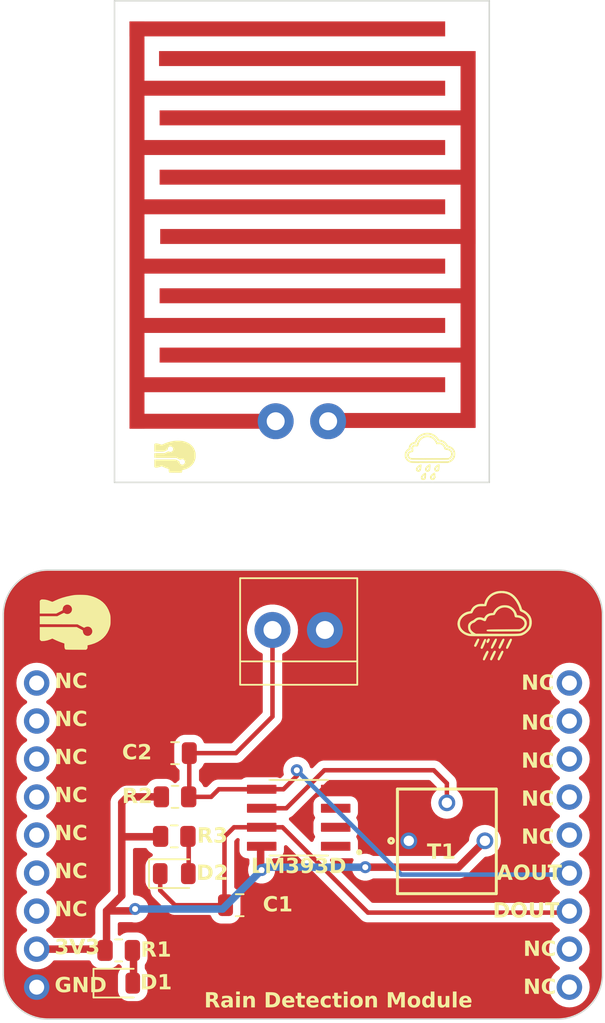
<source format=kicad_pcb>
(kicad_pcb (version 20240108) (generator "pcbnew") (generator_version "8.0")
  (layers (0 "F.Cu" signal) (31 "B.Cu" signal) (34 "B.Paste" user) (35 "F.Paste" user) (36 "B.SilkS" user "B.Silkscreen") (37 "F.SilkS" user "F.Silkscreen") (38 "B.Mask" user) (39 "F.Mask" user) (44 "Edge.Cuts" user))
  (net 0 "")
  (net 1 "DOUT")
  (net 2 "GND")
  (net 3 "AOUT")
  (net 4 "Net-(D1-A)")
  (net 5 "Net-(D2-A)")
  (net 6 "+3V3")
  (net 7 "Net-(U2-2IN-)")
  (footprint "LED_SMD:LED_0805_2012Metric" (layer "F.Cu") (at 110.5408 123.952)
    (property "Reference" "D1" (at 2.4892 0 0) (layer "F.SilkS") (effects (font (thickness 0.15) (bold yes))))
    (property "Value" "LED" (hide yes))
    (pad "1" smd roundrect (at -0.9375 0) (size 0.975 1.4) (layers "F.Cu" "F.Paste" "F.Mask") (net 2 "GND"))
    (pad "2" smd roundrect (at 0.9375 0) (size 0.975 1.4) (layers "F.Cu" "F.Paste" "F.Mask") (net 4 "Net-(D1-A)"))
  )
  (footprint "LM393:SOIC127P599X175-8N" (layer "F.Cu") (at 122.555 112.903 180)
    (property "Reference" "U2" (hide yes))
    (property "Value" "LM393D" (at 0 -3.2766 0) (layer "F.SilkS") (effects (font (thickness 0.15) (bold yes))))
    (pad "1" smd roundrect (at -2.47 -1.905 180) (size 1.97 0.6) (layers "F.Cu" "F.Paste" "F.Mask") (roundrect_rratio 0.07))
    (pad "2" smd roundrect (at -2.47 -0.635 180) (size 1.97 0.6) (layers "F.Cu" "F.Paste" "F.Mask") (roundrect_rratio 0.07))
    (pad "3" smd roundrect (at -2.47 0.635 180) (size 1.97 0.6) (layers "F.Cu" "F.Paste" "F.Mask") (roundrect_rratio 0.07))
    (pad "4" smd roundrect (at -2.47 1.905 180) (size 1.97 0.6) (layers "F.Cu" "F.Paste" "F.Mask") (roundrect_rratio 0.07) (net 2 "GND"))
    (pad "5" smd roundrect (at 2.47 1.905 180) (size 1.97 0.6) (layers "F.Cu" "F.Paste" "F.Mask") (roundrect_rratio 0.07) (net 3 "AOUT"))
    (pad "6" smd roundrect (at 2.47 0.635 180) (size 1.97 0.6) (layers "F.Cu" "F.Paste" "F.Mask") (roundrect_rratio 0.07) (net 7 "Net-(U2-2IN-)"))
    (pad "7" smd roundrect (at 2.47 -0.635 180) (size 1.97 0.6) (layers "F.Cu" "F.Paste" "F.Mask") (roundrect_rratio 0.07) (net 1 "DOUT"))
    (pad "8" smd roundrect (at 2.47 -1.905 180) (size 1.97 0.6) (layers "F.Cu" "F.Paste" "F.Mask") (roundrect_rratio 0.07) (net 6 "+3V3"))
  )
  (footprint "air_module:air_module" (layer "F.Cu") (at 122.5144 116.4336)
    (property "Reference" "U3" (hide yes))
    (property "Value" "~" (hide yes))
    (fp_line (start -19.68 -17.08) (end -19.68 6.92) (stroke (width 0.1)) (layer "Edge.Cuts"))
    (fp_line (start -16.68 9.92) (end 17.32 9.92) (stroke (width 0.1)) (layer "Edge.Cuts"))
    (fp_line (start 17.32 -20.08) (end -16.68 -20.08) (stroke (width 0.1)) (layer "Edge.Cuts"))
    (fp_line (start 20.32 6.92) (end 20.32 -17.08) (stroke (width 0.1)) (layer "Edge.Cuts"))
    (fp_arc (start -19.68 -17.08) (mid -18.80132 -19.20132) (end -16.68 -20.08) (stroke (width 0.1)) (layer "Edge.Cuts"))
    (fp_arc (start -16.68 9.92) (mid -18.80132 9.04132) (end -19.68 6.92) (stroke (width 0.1)) (layer "Edge.Cuts"))
    (fp_arc (start 17.32 -20.08) (mid 19.44132 -19.20132) (end 20.32 -17.08) (stroke (width 0.1)) (layer "Edge.Cuts"))
    (fp_arc (start 20.32 6.92) (mid 19.44132 9.04132) (end 17.32 9.92) (stroke (width 0.1)) (layer "Edge.Cuts"))
    (fp_text user "NC" (at -16.256 3.2144 0) (layer "F.SilkS") (effects (font (thickness 0.2) (bold yes)) (justify left bottom)))
    (fp_text user "NC" (at -16.256 -1.8656 0) (layer "F.SilkS") (effects (font (thickness 0.2) (bold yes)) (justify left bottom)))
    (fp_text user "NC" (at 14.8996 -4.1656 0) (layer "F.SilkS") (effects (font (thickness 0.2) (bold yes)) (justify left bottom)))
    (fp_text user "3V3" (at -16.256 5.7544 0) (layer "F.SilkS") (effects (font (thickness 0.2) (bold yes)) (justify left bottom)))
    (fp_text user "GND" (at -16.256 8.2944 0) (layer "F.SilkS") (effects (font (thickness 0.2) (bold yes)) (justify left bottom)))
    (fp_text user "NC" (at -16.256 -12.0256 0) (layer "F.SilkS") (effects (font (thickness 0.2) (bold yes)) (justify left bottom)))
    (fp_text user "NC" (at -16.256 -6.9456 0) (layer "F.SilkS") (effects (font (thickness 0.2) (bold yes)) (justify left bottom)))
    (fp_text user "NC" (at 14.8996 -9.2456 0) (layer "F.SilkS") (effects (font (thickness 0.2) (bold yes)) (justify left bottom)))
    (fp_text user "NC" (at 14.8996 -11.9126 0) (layer "F.SilkS") (effects (font (thickness 0.2) (bold yes)) (justify left bottom)))
    (fp_text user "DOUT" (at 12.9946 3.302 0) (layer "F.SilkS") (effects (font (thickness 0.2) (bold yes)) (justify left bottom)))
    (fp_text user "NC" (at 15.0266 5.8674 0) (layer "F.SilkS") (effects (font (thickness 0.2) (bold yes)) (justify left bottom)))
    (fp_text user "Rain Detection Module" (at -6.2738 9.3104 0) (layer "F.SilkS") (effects (font (thickness 0.2) (bold yes)) (justify left bottom)))
    (fp_text user "NC" (at 14.8996 -6.7056 0) (layer "F.SilkS") (effects (font (thickness 0.2) (bold yes)) (justify left bottom)))
    (fp_text user "NC" (at 14.8996 -1.6256 0) (layer "F.SilkS") (effects (font (thickness 0.2) (bold yes)) (justify left bottom)))
    (fp_text user "AOUT" (at 13.2486 0.7874 0) (layer "F.SilkS") (effects (font (thickness 0.2) (bold yes)) (justify left bottom)))
    (fp_text user "NC" (at -16.256 -4.4056 0) (layer "F.SilkS") (effects (font (thickness 0.2) (bold yes)) (justify left bottom)))
    (fp_text user "NC" (at -16.256 -9.4856 0) (layer "F.SilkS") (effects (font (thickness 0.2) (bold yes)) (justify left bottom)))
    (fp_text user "NC" (at -16.256 0.6744 0) (layer "F.SilkS") (effects (font (thickness 0.2) (bold yes)) (justify left bottom)))
    (fp_text user "NC" (at 15.0266 8.4074 0) (layer "F.SilkS") (effects (font (thickness 0.2) (bold yes)) (justify left bottom)))
    (pad "1" thru_hole oval (at -17.4498 -12.5336) (size 1.7 1.7) (drill 1) (layers "*.Cu" "*.Mask"))
    (pad "2" thru_hole oval (at -17.4498 -9.9936) (size 1.7 1.7) (drill 1) (layers "*.Cu" "*.Mask"))
    (pad "3" thru_hole oval (at -17.4498 -7.4536) (size 1.7 1.7) (drill 1) (layers "*.Cu" "*.Mask"))
    (pad "4" thru_hole oval (at -17.4498 -4.9136) (size 1.7 1.7) (drill 1) (layers "*.Cu" "*.Mask"))
    (pad "5" thru_hole oval (at -17.4498 -2.3736) (size 1.7 1.7) (drill 1) (layers "*.Cu" "*.Mask"))
    (pad "6" thru_hole oval (at -17.4498 0.1664) (size 1.7 1.7) (drill 1) (layers "*.Cu" "*.Mask"))
    (pad "7" thru_hole oval (at -17.4498 2.7064) (size 1.7 1.7) (drill 1) (layers "*.Cu" "*.Mask"))
    (pad "8" thru_hole oval (at -17.4498 5.2464) (size 1.7 1.7) (drill 1) (layers "*.Cu" "*.Mask") (net 6 "+3V3"))
    (pad "9" thru_hole oval (at -17.4498 7.7864) (size 1.7 1.7) (drill 1) (layers "*.Cu" "*.Mask") (net 2 "GND"))
    (pad "10" thru_hole oval (at 18.1102 7.7864) (size 1.7 1.7) (drill 1) (layers "*.Cu" "*.Mask"))
    (pad "11" thru_hole oval (at 18.1102 5.2464) (size 1.7 1.7) (drill 1) (layers "*.Cu" "*.Mask"))
    (pad "12" thru_hole oval (at 18.1102 2.7064) (size 1.7 1.7) (drill 1) (layers "*.Cu" "*.Mask") (net 1 "DOUT"))
    (pad "13" thru_hole oval (at 18.1102 0.1664) (size 1.7 1.7) (drill 1) (layers "*.Cu" "*.Mask") (net 3 "AOUT"))
    (pad "14" thru_hole oval (at 18.1102 -2.3736) (size 1.7 1.7) (drill 1) (layers "*.Cu" "*.Mask"))
    (pad "15" thru_hole oval (at 18.1102 -4.9136) (size 1.7 1.7) (drill 1) (layers "*.Cu" "*.Mask"))
    (pad "16" thru_hole oval (at 18.1102 -7.4536) (size 1.7 1.7) (drill 1) (layers "*.Cu" "*.Mask"))
    (pad "17" thru_hole oval (at 18.1102 -9.9936) (size 1.7 1.7) (drill 1) (layers "*.Cu" "*.Mask"))
    (pad "18" thru_hole oval (at 18.1102 -12.5336) (size 1.7 1.7) (drill 1) (layers "*.Cu" "*.Mask"))
  )
  (footprint "Resistor_SMD:R_0805_2012Metric" (layer "F.Cu") (at 114.3 111.506)
    (property "Reference" "R2" (at -2.5165 0 0) (layer "F.SilkS") (effects (font (thickness 0.15) (bold yes))))
    (property "Value" "10k" (hide yes))
    (pad "1" smd roundrect (at -0.9125 0) (size 1.025 1.4) (layers "F.Cu" "F.Paste" "F.Mask") (roundrect_rratio 0.243902) (net 6 "+3V3"))
    (pad "2" smd roundrect (at 0.9125 0) (size 1.025 1.4) (layers "F.Cu" "F.Paste" "F.Mask") (roundrect_rratio 0.243902) (net 3 "AOUT"))
  )
  (footprint "meminle:rain_2_" (layer "F.Cu") (at 131.318 88.773)
    (property "Reference" "G***" (hide yes))
    (property "Value" "LOGO" (hide yes))
  )
  (footprint "TerminalBlock_4Ucon:TerminalBlock_4Ucon_1x02_P3.50mm_Horizontal" (layer "F.Cu") (at 120.805 100.357)
    (property "Reference" "J1" (hide yes))
    (property "Value" "Screw_Terminal_01x02" (hide yes))
    (pad "1" thru_hole circle (at 0 0) (size 2.4 2.4) (drill 1.2) (layers "*.Cu" "*.Mask") (net 3 "AOUT"))
    (pad "2" thru_hole circle (at 3.5 0) (size 2.4 2.4) (drill 1.2) (layers "*.Cu" "*.Mask") (net 2 "GND"))
  )
  (footprint "Capacitor_SMD:C_0805_2012Metric" (layer "F.Cu") (at 118.618 118.745)
    (property "Reference" "C1" (at 2.54 0 0) (layer "F.SilkS") (effects (font (thickness 0.15) (bold yes))))
    (property "Value" "0.1uF" (hide yes))
    (pad "1" smd roundrect (at -0.95 0) (size 1 1.45) (layers "F.Cu" "F.Paste" "F.Mask") (net 1 "DOUT"))
    (pad "2" smd roundrect (at 0.95 0) (size 1 1.45) (layers "F.Cu" "F.Paste" "F.Mask") (net 2 "GND"))
  )
  (footprint "meminle:air c_" (layer "F.Cu") (at 114.3 88.773)
    (property "Reference" "G***" (hide yes))
    (property "Value" "LOGO" (hide yes))
  )
  (footprint "Library:rain" (layer "F.Cu") (at 122.7328 87.1728)
    (property "Reference" "J2" (hide yes))
    (property "Value" "Screw_Terminal_01x02" (hide yes))
    (fp_rect (start -12.4735 -28.856) (end 12.5455 3.3258) (stroke (width 0.1)) (fill none) (layer "Edge.Cuts"))
    (pad "1" smd rect (at -10.9728 -13.8684 270) (size 27.20255 1) (layers "F.Cu" "F.Paste" "F.Mask") (net 3 "AOUT"))
    (pad "1" smd rect (at -6.4008 -0.762 180) (size 10.1075 1) (layers "F.Cu" "F.Paste" "F.Mask") (net 3 "AOUT"))
    (pad "1" thru_hole circle (at -1.714 -0.762) (size 2.4 2.4) (drill 1.2) (layers "*.Cu" "*.Mask") (net 3 "AOUT"))
    (pad "1" smd rect (at -0.933237 -26.9748 180) (size 21.068874 1) (layers "F.Cu" "F.Paste" "F.Mask") (net 3 "AOUT"))
    (pad "1" smd rect (at -0.907832 -23.012395 180) (size 21.018064 0.999996) (layers "F.Cu" "F.Paste" "F.Mask") (net 3 "AOUT"))
    (pad "1" smd rect (at -0.888574 -15.087601 180) (size 20.979548 1) (layers "F.Cu" "F.Paste" "F.Mask") (net 3 "AOUT"))
    (pad "1" smd rect (at -0.888573 -3.200401 180) (size 20.979546 1) (layers "F.Cu" "F.Paste" "F.Mask") (net 3 "AOUT"))
    (pad "1" smd rect (at -0.888572 -19.050001 180) (size 20.979544 1) (layers "F.Cu" "F.Paste" "F.Mask") (net 3 "AOUT"))
    (pad "1" smd rect (at -0.888571 -7.162801 180) (size 20.979542 1) (layers "F.Cu" "F.Paste" "F.Mask") (net 3 "AOUT"))
    (pad "1" smd rect (at -0.869309 -11.125202 180) (size 20.941018 1) (layers "F.Cu" "F.Paste" "F.Mask") (net 3 "AOUT"))
    (pad "2" smd rect (at 1.028274 -24.993599 180) (size 21.055748 0.999998) (layers "F.Cu" "F.Paste" "F.Mask") (net 2 "GND"))
    (pad "2" smd rect (at 1.0668 -21.0312 180) (size 21.055748 0.999998) (layers "F.Cu" "F.Paste" "F.Mask") (net 2 "GND"))
    (pad "2" smd rect (at 1.0668 -17.0688 180) (size 21.055748 0.999998) (layers "F.Cu" "F.Paste" "F.Mask") (net 2 "GND"))
    (pad "2" smd rect (at 1.0668 -9.144 180) (size 21.055748 0.999998) (layers "F.Cu" "F.Paste" "F.Mask") (net 2 "GND"))
    (pad "2" smd rect (at 1.0668 -5.1816 180) (size 21.055748 0.999998) (layers "F.Cu" "F.Paste" "F.Mask") (net 2 "GND"))
    (pad "2" smd rect (at 1.105326 -13.106401 180) (size 21.055748 0.999998) (layers "F.Cu" "F.Paste" "F.Mask") (net 2 "GND"))
    (pad "2" thru_hole circle (at 1.786 -0.762) (size 2.4 2.4) (drill 1.2) (layers "*.Cu" "*.Mask") (net 2 "GND"))
    (pad "2" smd rect (at 6.5532 -0.8128 180) (size 10.1075 1) (layers "F.Cu" "F.Paste" "F.Mask") (net 2 "GND"))
    (pad "2" smd rect (at 11.1292 -12.909762 90) (size 25.17 1.008) (layers "F.Cu" "F.Paste" "F.Mask") (net 2 "GND"))
  )
  (footprint "Resistor_SMD:R_0805_2012Metric" (layer "F.Cu") (at 110.5408 121.7676)
    (property "Reference" "R1" (at 2.4892 0 0) (layer "F.SilkS") (effects (font (thickness 0.15) (bold yes))))
    (property "Value" "1k" (hide yes))
    (pad "1" smd roundrect (at -0.9125 0) (size 1.025 1.4) (layers "F.Cu" "F.Paste" "F.Mask") (roundrect_rratio 0.243902) (net 6 "+3V3"))
    (pad "2" smd roundrect (at 0.9125 0) (size 1.025 1.4) (layers "F.Cu" "F.Paste" "F.Mask") (roundrect_rratio 0.243902) (net 4 "Net-(D1-A)"))
  )
  (footprint "meminle:rain" (layer "F.Cu") (at 135.636 100.076)
    (property "Reference" "G***" (hide yes))
    (property "Value" "LOGO" (hide yes))
  )
  (footprint "Resistor_SMD:R_0805_2012Metric" (layer "F.Cu") (at 114.2492 114.1476)
    (property "Reference" "R3" (at 2.54 0 0) (layer "F.SilkS") (effects (font (thickness 0.15) (bold yes))))
    (property "Value" "1k" (hide yes))
    (pad "1" smd roundrect (at -0.9125 0) (size 1.025 1.4) (layers "F.Cu" "F.Paste" "F.Mask") (roundrect_rratio 0.243902) (net 6 "+3V3"))
    (pad "2" smd roundrect (at 0.9125 0) (size 1.025 1.4) (layers "F.Cu" "F.Paste" "F.Mask") (roundrect_rratio 0.243902) (net 5 "Net-(D2-A)"))
  )
  (footprint "meminle:3362P_1" (layer "F.Cu") (at 132.4465 117.974)
    (property "Reference" "T1" (at -0.36821 -2.74963 0) (layer "F.SilkS") (effects (font (thickness 0.2) (bold yes))))
    (property "Value" "10k" (hide yes))
    (pad "1" thru_hole circle (at -2.54 -3.53) (size 1.12 1.12) (drill 0.69) (layers "*.Cu" "*.Mask") (net 2 "GND"))
    (pad "2" thru_hole circle (at 0 -6.07) (size 1.12 1.12) (drill 0.69) (layers "*.Cu" "*.Mask") (net 7 "Net-(U2-2IN-)"))
    (pad "3" thru_hole circle (at 2.54 -3.53) (size 1.12 1.12) (drill 0.69) (layers "*.Cu" "*.Mask") (net 6 "+3V3"))
  )
  (footprint "Capacitor_SMD:C_0805_2012Metric" (layer "F.Cu") (at 114.3 108.585 180)
    (property "Reference" "C2" (at 2.54 0 0) (layer "F.SilkS") (effects (font (thickness 0.15) (bold yes))))
    (property "Value" "0.1uF" (hide yes))
    (pad "1" smd roundrect (at -0.95 0 180) (size 1 1.45) (layers "F.Cu" "F.Paste" "F.Mask") (net 3 "AOUT"))
    (pad "2" smd roundrect (at 0.95 0 180) (size 1 1.45) (layers "F.Cu" "F.Paste" "F.Mask") (net 2 "GND"))
  )
  (footprint "LED_SMD:LED_0805_2012Metric" (layer "F.Cu") (at 114.2492 116.6368)
    (property "Reference" "D2" (at 2.54 0 0) (layer "F.SilkS") (effects (font (thickness 0.15) (bold yes))))
    (property "Value" "LED" (hide yes))
    (pad "1" smd roundrect (at -0.9375 0) (size 0.975 1.4) (layers "F.Cu" "F.Paste" "F.Mask") (net 1 "DOUT"))
    (pad "2" smd roundrect (at 0.9375 0) (size 0.975 1.4) (layers "F.Cu" "F.Paste" "F.Mask") (net 5 "Net-(D2-A)"))
  )
  (segment (start 120.085 113.538) (end 121.4755 113.538) (width 0.3) (layer "F.Cu") (net 1))
  (segment (start 117.602 118.745) (end 117.602 114.173) (width 0.3) (layer "F.Cu") (net 1))
  (segment (start 117.602 114.173) (end 118.237 113.538) (width 0.3) (layer "F.Cu") (net 1))
  (segment (start 121.4755 113.538) (end 127.1775 119.24) (width 0.3) (layer "F.Cu") (net 1))
  (segment (start 113.3117 117.7567) (end 114.3 118.745) (width 0.3) (layer "F.Cu") (net 1))
  (segment (start 118.237 113.538) (end 120.085 113.538) (width 0.3) (layer "F.Cu") (net 1))
  (segment (start 113.3117 116.6368) (end 113.3117 117.7567) (width 0.3) (layer "F.Cu") (net 1))
  (segment (start 114.3 118.745) (end 117.602 118.745) (width 0.3) (layer "F.Cu") (net 1))
  (segment (start 127.1775 119.24) (end 140.572377 119.24) (width 0.3) (layer "F.Cu") (net 1))
  (segment (start 117.221 110.998) (end 116.713 111.506) (width 0.3) (layer "F.Cu") (net 3))
  (segment (start 115.25 111.4685) (end 115.2125 111.506) (width 0.3) (layer "F.Cu") (net 3))
  (segment (start 122.428 109.728) (end 122.428 110.109) (width 0.3) (layer "F.Cu") (net 3))
  (segment (start 116.713 111.506) (end 115.2125 111.506) (width 0.3) (layer "F.Cu") (net 3))
  (segment (start 115.25 108.585) (end 115.25 111.4685) (width 0.3) (layer "F.Cu") (net 3))
  (segment (start 120.805 106.144) (end 120.805 100.357) (width 0.3) (layer "F.Cu") (net 3))
  (segment (start 115.25 108.585) (end 118.364 108.585) (width 0.3) (layer "F.Cu") (net 3))
  (segment (start 118.364 108.585) (end 120.805 106.144) (width 0.3) (layer "F.Cu") (net 3))
  (segment (start 122.428 110.109) (end 121.539 110.998) (width 0.3) (layer "F.Cu") (net 3))
  (segment (start 120.085 110.998) (end 117.221 110.998) (width 0.3) (layer "F.Cu") (net 3))
  (segment (start 121.539 110.998) (end 120.085 110.998) (width 0.3) (layer "F.Cu") (net 3))
  (via (at 122.428 109.728) (size 0.8) (drill 0.4) (layers "F.Cu" "B.Cu") (net 3))
  (segment (start 122.428 109.728) (end 129.4 116.7) (width 0.3) (layer "B.Cu") (net 3))
  (segment (start 129.4 116.7) (end 140.572377 116.7) (width 0.3) (layer "B.Cu") (net 3))
  (segment (start 111.5295 124.054) (end 111.5545 124.079) (width 0.5) (layer "F.Cu") (net 4))
  (segment (start 111.5295 121.793) (end 111.5295 124.054) (width 0.5) (layer "F.Cu") (net 4))
  (segment (start 115.2125 114.173) (end 115.2125 117.069) (width 0.3) (layer "F.Cu") (net 5))
  (segment (start 115.2125 117.069) (end 115.2375 117.094) (width 0.3) (layer "F.Cu") (net 5))
  (segment (start 111.506 119.126) (end 111.633 118.999) (width 0.5) (layer "F.Cu") (net 6))
  (segment (start 109.7045 121.793) (end 109.728 121.7695) (width 0.5) (layer "F.Cu") (net 6))
  (segment (start 110.998 114.173) (end 113.3875 114.173) (width 0.5) (layer "F.Cu") (net 6))
  (segment (start 105.112377 121.68) (end 109.5915 121.68) (width 0.5) (layer "F.Cu") (net 6))
  (segment (start 109.728 119.126) (end 111.506 119.126) (width 0.5) (layer "F.Cu") (net 6))
  (segment (start 110.744 111.887) (end 111.125 111.506) (width 0.5) (layer "F.Cu") (net 6))
  (segment (start 109.728 121.7695) (end 109.728 119.126) (width 0.5) (layer "F.Cu") (net 6))
  (segment (start 120.015 116.332) (end 120.015 114.878) (width 0.5) (layer "F.Cu") (net 6))
  (segment (start 109.5915 121.68) (end 109.7045 121.793) (width 0.5) (layer "F.Cu") (net 6))
  (segment (start 110.744 118.11) (end 110.744 111.887) (width 0.5) (layer "F.Cu") (net 6))
  (segment (start 133.2255 116.205) (end 134.9865 114.444) (width 0.5) (layer "F.Cu") (net 6))
  (segment (start 120.0785 116.3955) (end 120.015 116.332) (width 0.5) (layer "F.Cu") (net 6))
  (segment (start 127 116.205) (end 133.2255 116.205) (width 0.5) (layer "F.Cu") (net 6))
  (segment (start 109.728 119.126) (end 110.744 118.11) (width 0.5) (layer "F.Cu") (net 6))
  (segment (start 105.012377 121.78) (end 105.112377 121.68) (width 0.5) (layer "F.Cu") (net 6))
  (segment (start 111.125 111.506) (end 113.3875 111.506) (width 0.5) (layer "F.Cu") (net 6))
  (segment (start 120.015 114.878) (end 120.085 114.808) (width 0.5) (layer "F.Cu") (net 6))
  (via (at 127 116.205) (size 0.8) (drill 0.4) (layers "F.Cu" "B.Cu") (net 6))
  (via (at 111.633 118.999) (size 0.8) (drill 0.4) (layers "F.Cu" "B.Cu") (net 6))
  (via (at 120.0785 116.3955) (size 0.8) (drill 0.4) (layers "F.Cu" "B.Cu") (net 6))
  (segment (start 111.633 118.999) (end 117.475 118.999) (width 0.5) (layer "B.Cu") (net 6))
  (segment (start 117.475 118.999) (end 120.0785 116.3955) (width 0.5) (layer "B.Cu") (net 6))
  (segment (start 120.269 116.205) (end 127 116.205) (width 0.5) (layer "B.Cu") (net 6))
  (segment (start 120.0785 116.3955) (end 120.269 116.205) (width 0.5) (layer "B.Cu") (net 6))
  (segment (start 132.4465 110.6025) (end 132.4465 111.904) (width 0.3) (layer "F.Cu") (net 7))
  (segment (start 124.2695 109.728) (end 131.572 109.728) (width 0.3) (layer "F.Cu") (net 7))
  (segment (start 131.572 109.728) (end 132.4465 110.6025) (width 0.3) (layer "F.Cu") (net 7))
  (segment (start 121.7295 112.268) (end 124.2695 109.728) (width 0.3) (layer "F.Cu") (net 7))
  (segment (start 120.085 112.268) (end 121.7295 112.268) (width 0.3) (layer "F.Cu") (net 7))
  (zone (net 2) (net_name "GND") (layer "F.Cu") (connect_pads yes (clearance 0.5)) (min_thickness 0.25) (fill yes (thermal_gap 0.5) (thermal_bridge_width 0.5))
    (polygon (pts (xy 102.616 96.266) (xy 143.002 96.266) (xy 143.002 126.619) (xy 102.616 126.619)))
  )
)
</source>
